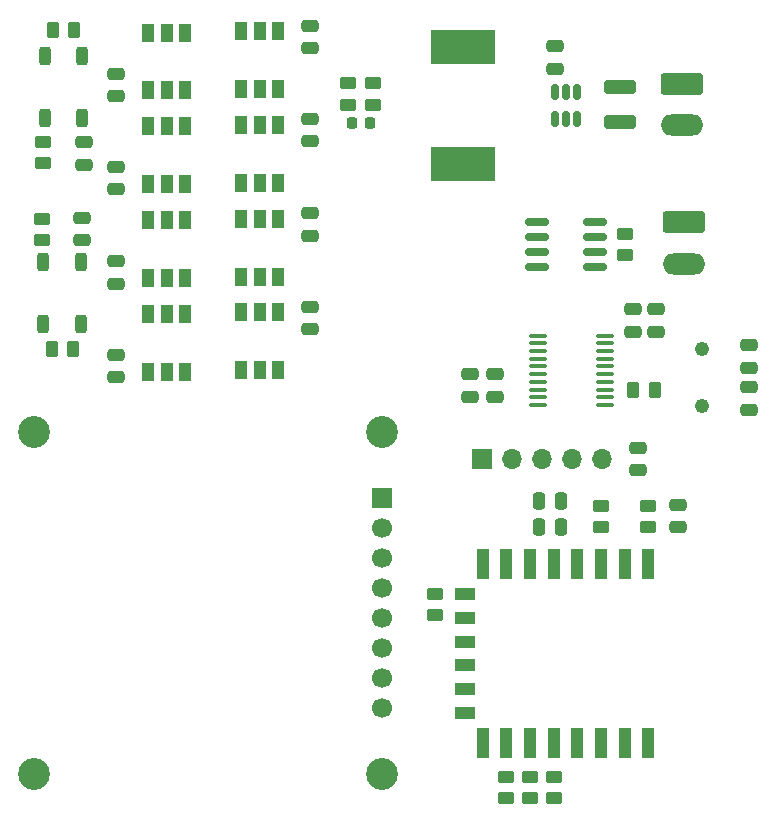
<source format=gbr>
%TF.GenerationSoftware,KiCad,Pcbnew,8.0.6*%
%TF.CreationDate,2024-12-14T14:20:07+01:00*%
%TF.ProjectId,PUEE,50554545-2e6b-4696-9361-645f70636258,rev?*%
%TF.SameCoordinates,Original*%
%TF.FileFunction,Soldermask,Top*%
%TF.FilePolarity,Negative*%
%FSLAX46Y46*%
G04 Gerber Fmt 4.6, Leading zero omitted, Abs format (unit mm)*
G04 Created by KiCad (PCBNEW 8.0.6) date 2024-12-14 14:20:07*
%MOMM*%
%LPD*%
G01*
G04 APERTURE LIST*
G04 Aperture macros list*
%AMRoundRect*
0 Rectangle with rounded corners*
0 $1 Rounding radius*
0 $2 $3 $4 $5 $6 $7 $8 $9 X,Y pos of 4 corners*
0 Add a 4 corners polygon primitive as box body*
4,1,4,$2,$3,$4,$5,$6,$7,$8,$9,$2,$3,0*
0 Add four circle primitives for the rounded corners*
1,1,$1+$1,$2,$3*
1,1,$1+$1,$4,$5*
1,1,$1+$1,$6,$7*
1,1,$1+$1,$8,$9*
0 Add four rect primitives between the rounded corners*
20,1,$1+$1,$2,$3,$4,$5,0*
20,1,$1+$1,$4,$5,$6,$7,0*
20,1,$1+$1,$6,$7,$8,$9,0*
20,1,$1+$1,$8,$9,$2,$3,0*%
G04 Aperture macros list end*
%ADD10RoundRect,0.250000X-0.475000X0.250000X-0.475000X-0.250000X0.475000X-0.250000X0.475000X0.250000X0*%
%ADD11RoundRect,0.250000X-0.450000X0.262500X-0.450000X-0.262500X0.450000X-0.262500X0.450000X0.262500X0*%
%ADD12RoundRect,0.250000X0.475000X-0.250000X0.475000X0.250000X-0.475000X0.250000X-0.475000X-0.250000X0*%
%ADD13RoundRect,0.250000X-0.250000X-0.475000X0.250000X-0.475000X0.250000X0.475000X-0.250000X0.475000X0*%
%ADD14R,1.000000X1.500000*%
%ADD15RoundRect,0.250000X-1.550000X0.650000X-1.550000X-0.650000X1.550000X-0.650000X1.550000X0.650000X0*%
%ADD16O,3.600000X1.800000*%
%ADD17RoundRect,0.250000X0.450000X-0.262500X0.450000X0.262500X-0.450000X0.262500X-0.450000X-0.262500X0*%
%ADD18RoundRect,0.250000X-0.250000X0.525000X-0.250000X-0.525000X0.250000X-0.525000X0.250000X0.525000X0*%
%ADD19RoundRect,0.100000X0.637500X0.100000X-0.637500X0.100000X-0.637500X-0.100000X0.637500X-0.100000X0*%
%ADD20RoundRect,0.250000X0.262500X0.450000X-0.262500X0.450000X-0.262500X-0.450000X0.262500X-0.450000X0*%
%ADD21R,5.400000X2.900000*%
%ADD22C,1.219200*%
%ADD23C,2.700000*%
%ADD24R,1.700000X1.700000*%
%ADD25C,1.700000*%
%ADD26RoundRect,0.250000X-1.100000X0.325000X-1.100000X-0.325000X1.100000X-0.325000X1.100000X0.325000X0*%
%ADD27R,1.000000X2.500000*%
%ADD28R,1.800000X1.000000*%
%ADD29O,1.700000X1.700000*%
%ADD30RoundRect,0.250000X0.250000X-0.525000X0.250000X0.525000X-0.250000X0.525000X-0.250000X-0.525000X0*%
%ADD31RoundRect,0.150000X-0.825000X-0.150000X0.825000X-0.150000X0.825000X0.150000X-0.825000X0.150000X0*%
%ADD32RoundRect,0.225000X-0.225000X-0.250000X0.225000X-0.250000X0.225000X0.250000X-0.225000X0.250000X0*%
%ADD33RoundRect,0.150000X0.150000X-0.512500X0.150000X0.512500X-0.150000X0.512500X-0.150000X-0.512500X0*%
G04 APERTURE END LIST*
D10*
%TO.C,C7*%
X177500000Y-76892400D03*
X177500000Y-78792400D03*
%TD*%
D11*
%TO.C,R2*%
X169000000Y-90487500D03*
X169000000Y-92312500D03*
%TD*%
D12*
%TO.C,C22*%
X123925000Y-79610000D03*
X123925000Y-77710000D03*
%TD*%
D13*
%TO.C,C10*%
X159750000Y-92325000D03*
X161650000Y-92325000D03*
%TD*%
D14*
%TO.C,U11*%
X126625000Y-79125000D03*
X128225000Y-79125000D03*
X129825000Y-79125000D03*
X129825000Y-74225000D03*
X128225000Y-74225000D03*
X126625000Y-74225000D03*
%TD*%
D15*
%TO.C,J1*%
X172000000Y-66500000D03*
D16*
X172000000Y-70000000D03*
%TD*%
D17*
%TO.C,R7*%
X117650000Y-68012500D03*
X117650000Y-66187500D03*
%TD*%
%TO.C,R6*%
X157000000Y-115262500D03*
X157000000Y-113437500D03*
%TD*%
D18*
%TO.C,SW2*%
X121100000Y-52375000D03*
X121100000Y-57625000D03*
X117900000Y-52375000D03*
X117900000Y-57625000D03*
%TD*%
D11*
%TO.C,R11*%
X167025000Y-67452500D03*
X167025000Y-69277500D03*
%TD*%
D12*
%TO.C,C21*%
X123925000Y-71710000D03*
X123925000Y-69810000D03*
%TD*%
D14*
%TO.C,U6*%
X137700000Y-58225000D03*
X136100000Y-58225000D03*
X134500000Y-58225000D03*
X134500000Y-63125000D03*
X136100000Y-63125000D03*
X137700000Y-63125000D03*
%TD*%
D19*
%TO.C,U1*%
X165375000Y-81950000D03*
X165375000Y-81300000D03*
X165375000Y-80650000D03*
X165375000Y-80000000D03*
X165375000Y-79350000D03*
X165375000Y-78700000D03*
X165375000Y-78050000D03*
X165375000Y-77400000D03*
X165375000Y-76750000D03*
X165375000Y-76100000D03*
X159650000Y-76100000D03*
X159650000Y-76750000D03*
X159650000Y-77400000D03*
X159650000Y-78050000D03*
X159650000Y-78700000D03*
X159650000Y-79350000D03*
X159650000Y-80000000D03*
X159650000Y-80650000D03*
X159650000Y-81300000D03*
X159650000Y-81950000D03*
%TD*%
D10*
%TO.C,C18*%
X140400000Y-49840000D03*
X140400000Y-51740000D03*
%TD*%
D13*
%TO.C,C9*%
X159750000Y-90125000D03*
X161650000Y-90125000D03*
%TD*%
D12*
%TO.C,C13*%
X121100000Y-68030000D03*
X121100000Y-66130000D03*
%TD*%
D20*
%TO.C,R9*%
X120312500Y-77250000D03*
X118487500Y-77250000D03*
%TD*%
D15*
%TO.C,J2*%
X171857500Y-54767500D03*
D16*
X171857500Y-58267500D03*
%TD*%
D21*
%TO.C,L1*%
X153300000Y-61525000D03*
X153300000Y-51625000D03*
%TD*%
D12*
%TO.C,C19*%
X123925000Y-55810000D03*
X123925000Y-53910000D03*
%TD*%
D11*
%TO.C,R4*%
X161000000Y-113437500D03*
X161000000Y-115262500D03*
%TD*%
%TO.C,R5*%
X159000000Y-113437500D03*
X159000000Y-115262500D03*
%TD*%
D17*
%TO.C,R14*%
X150950000Y-99762500D03*
X150950000Y-97937500D03*
%TD*%
D12*
%TO.C,C12*%
X161090000Y-53480000D03*
X161090000Y-51580000D03*
%TD*%
D22*
%TO.C,Y2*%
X173525000Y-82065000D03*
X173525000Y-77184999D03*
%TD*%
D10*
%TO.C,C2*%
X156000000Y-79350000D03*
X156000000Y-81250000D03*
%TD*%
%TO.C,C1*%
X153875000Y-79350000D03*
X153875000Y-81250000D03*
%TD*%
D23*
%TO.C,Brd1*%
X146500000Y-84212000D03*
X117036000Y-84212000D03*
X146500000Y-113168000D03*
X117036000Y-113168000D03*
D24*
X146500000Y-89800000D03*
D25*
X146500000Y-92340000D03*
X146500000Y-94880000D03*
X146500000Y-97420000D03*
X146500000Y-99960000D03*
X146500000Y-102500000D03*
X146500000Y-105040000D03*
X146500000Y-107580000D03*
%TD*%
D26*
%TO.C,C11*%
X166600000Y-55025000D03*
X166600000Y-57975000D03*
%TD*%
D27*
%TO.C,U2*%
X169000000Y-95400000D03*
X167000000Y-95400000D03*
X165000000Y-95400000D03*
X163000000Y-95400000D03*
X161000000Y-95400000D03*
X159000000Y-95400000D03*
X157000000Y-95400000D03*
X155000000Y-95400000D03*
D28*
X153500000Y-98000000D03*
X153500000Y-100000000D03*
X153500000Y-102000000D03*
X153500000Y-104000000D03*
X153500000Y-106000000D03*
X153500000Y-108000000D03*
D27*
X155000000Y-110600000D03*
X157000000Y-110600000D03*
X159000000Y-110600000D03*
X161000000Y-110600000D03*
X163000000Y-110600000D03*
X165000000Y-110600000D03*
X167000000Y-110600000D03*
X169000000Y-110600000D03*
%TD*%
D10*
%TO.C,C16*%
X140400000Y-65740000D03*
X140400000Y-67640000D03*
%TD*%
D14*
%TO.C,U8*%
X126625000Y-55325000D03*
X128225000Y-55325000D03*
X129825000Y-55325000D03*
X129825000Y-50425000D03*
X128225000Y-50425000D03*
X126625000Y-50425000D03*
%TD*%
D20*
%TO.C,R10*%
X120412500Y-50250000D03*
X118587500Y-50250000D03*
%TD*%
D14*
%TO.C,U5*%
X137700000Y-66225000D03*
X136100000Y-66225000D03*
X134500000Y-66225000D03*
X134500000Y-71125000D03*
X136100000Y-71125000D03*
X137700000Y-71125000D03*
%TD*%
D10*
%TO.C,C17*%
X140400000Y-57740000D03*
X140400000Y-59640000D03*
%TD*%
D12*
%TO.C,C5*%
X168125000Y-87500000D03*
X168125000Y-85600000D03*
%TD*%
D17*
%TO.C,R12*%
X143625000Y-56525000D03*
X143625000Y-54700000D03*
%TD*%
D24*
%TO.C,J7*%
X154962500Y-86550000D03*
D29*
X157502500Y-86550000D03*
X160042500Y-86550000D03*
X162582500Y-86550000D03*
X165122500Y-86550000D03*
%TD*%
D14*
%TO.C,U7*%
X137700000Y-50325000D03*
X136100000Y-50325000D03*
X134500000Y-50325000D03*
X134500000Y-55225000D03*
X136100000Y-55225000D03*
X137700000Y-55225000D03*
%TD*%
D10*
%TO.C,C8*%
X171500000Y-90430000D03*
X171500000Y-92330000D03*
%TD*%
D17*
%TO.C,R8*%
X117750000Y-61512500D03*
X117750000Y-59687500D03*
%TD*%
D12*
%TO.C,C3*%
X169675000Y-75750000D03*
X169675000Y-73850000D03*
%TD*%
%TO.C,C4*%
X167700000Y-75750000D03*
X167700000Y-73850000D03*
%TD*%
D14*
%TO.C,U4*%
X137700000Y-74125000D03*
X136100000Y-74125000D03*
X134500000Y-74125000D03*
X134500000Y-79025000D03*
X136100000Y-79025000D03*
X137700000Y-79025000D03*
%TD*%
D12*
%TO.C,C6*%
X177500000Y-82357600D03*
X177500000Y-80457600D03*
%TD*%
D11*
%TO.C,R3*%
X165000000Y-90487500D03*
X165000000Y-92312500D03*
%TD*%
D14*
%TO.C,U10*%
X126625000Y-71225000D03*
X128225000Y-71225000D03*
X129825000Y-71225000D03*
X129825000Y-66325000D03*
X128225000Y-66325000D03*
X126625000Y-66325000D03*
%TD*%
D20*
%TO.C,R1*%
X169537500Y-80650000D03*
X167712500Y-80650000D03*
%TD*%
D14*
%TO.C,U9*%
X126625000Y-63225000D03*
X128225000Y-63225000D03*
X129825000Y-63225000D03*
X129825000Y-58325000D03*
X128225000Y-58325000D03*
X126625000Y-58325000D03*
%TD*%
D30*
%TO.C,SW1*%
X117800000Y-75125000D03*
X117800000Y-69875000D03*
X121000000Y-75125000D03*
X121000000Y-69875000D03*
%TD*%
D10*
%TO.C,C15*%
X140400000Y-73640000D03*
X140400000Y-75540000D03*
%TD*%
D31*
%TO.C,U13*%
X159550000Y-66460000D03*
X159550000Y-67730000D03*
X159550000Y-69000000D03*
X159550000Y-70270000D03*
X164500000Y-70270000D03*
X164500000Y-69000000D03*
X164500000Y-67730000D03*
X164500000Y-66460000D03*
%TD*%
D11*
%TO.C,R13*%
X145725000Y-54700000D03*
X145725000Y-56525000D03*
%TD*%
D32*
%TO.C,C23*%
X143900000Y-58100000D03*
X145450000Y-58100000D03*
%TD*%
D33*
%TO.C,U3*%
X161087500Y-57762500D03*
X162037500Y-57762500D03*
X162987500Y-57762500D03*
X162987500Y-55487500D03*
X162037500Y-55487500D03*
X161087500Y-55487500D03*
%TD*%
D12*
%TO.C,C20*%
X123925000Y-63710000D03*
X123925000Y-61810000D03*
%TD*%
D10*
%TO.C,C14*%
X121200000Y-59700000D03*
X121200000Y-61600000D03*
%TD*%
M02*

</source>
